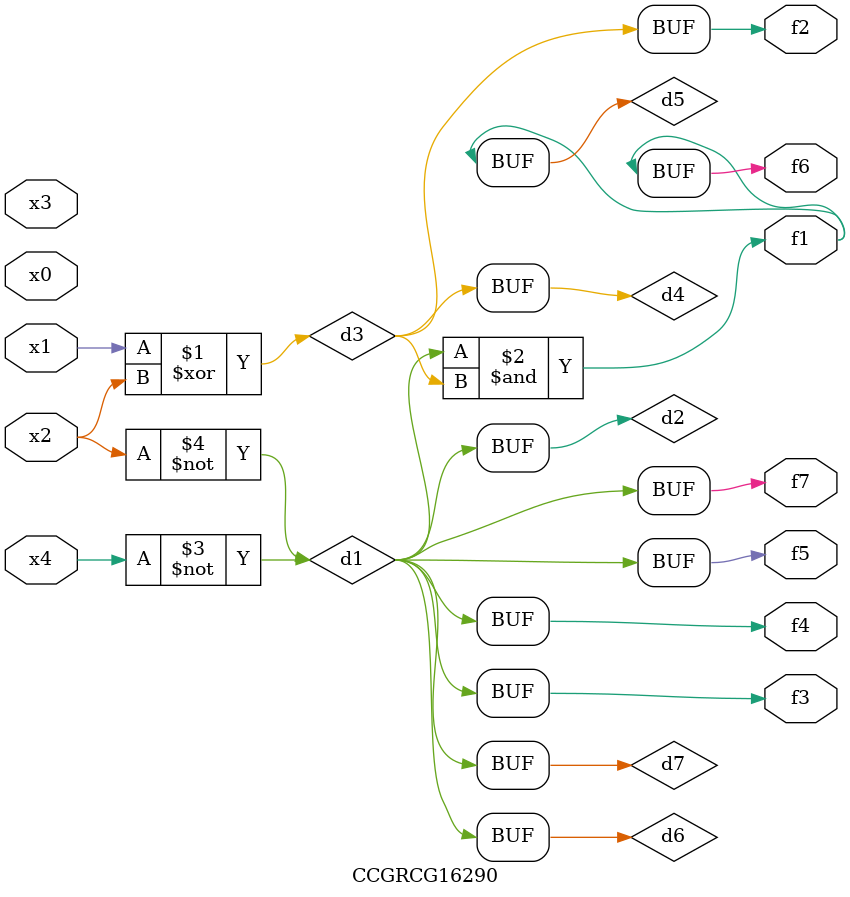
<source format=v>
module CCGRCG16290(
	input x0, x1, x2, x3, x4,
	output f1, f2, f3, f4, f5, f6, f7
);

	wire d1, d2, d3, d4, d5, d6, d7;

	not (d1, x4);
	not (d2, x2);
	xor (d3, x1, x2);
	buf (d4, d3);
	and (d5, d1, d3);
	buf (d6, d1, d2);
	buf (d7, d2);
	assign f1 = d5;
	assign f2 = d4;
	assign f3 = d7;
	assign f4 = d7;
	assign f5 = d7;
	assign f6 = d5;
	assign f7 = d7;
endmodule

</source>
